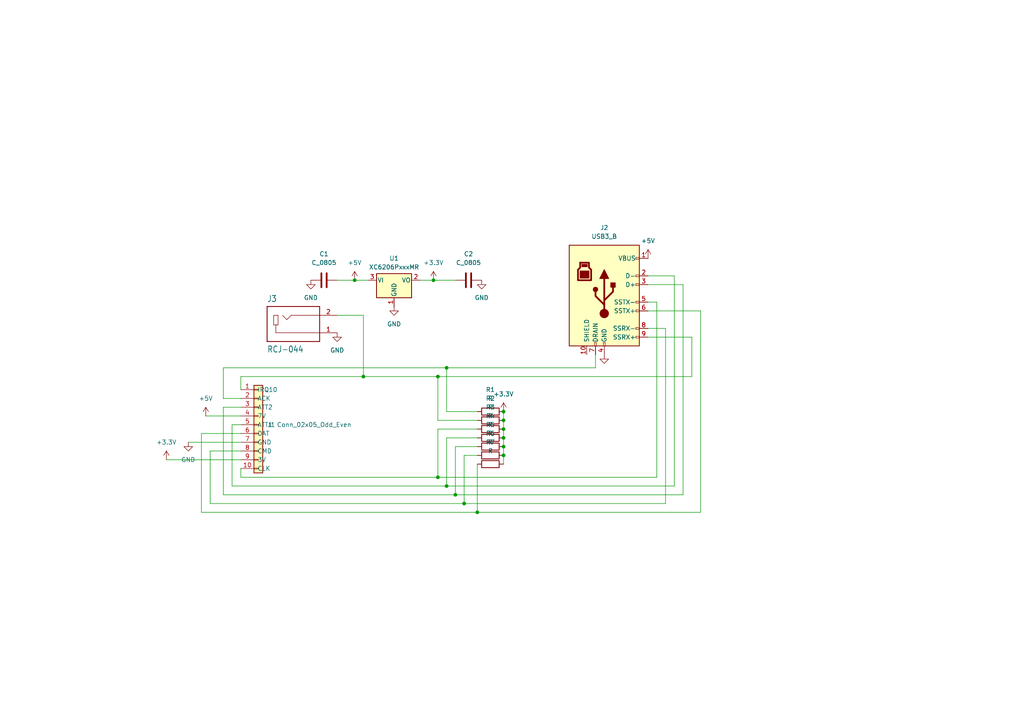
<source format=kicad_sch>
(kicad_sch (version 20231120) (generator "eeschema") (generator_version "8.0")
  (paper "A4")
  (lib_symbols
    (symbol "Connector:USB3_B" (pin_names (offset 1.016))
      (property "Reference" "J" (at -10.16 15.24 0))
      (property "Value" "USB3_B" (at 10.16 15.24 0))
      (symbol "USB3_B_0_0"
        (rectangle (start -2.794 -15.24) (end -2.286 -14.224))
        (rectangle (start -0.254 -15.24) (end 0.254 -14.224))
        (rectangle (start 10.16 -12.446) (end 9.144 -12.954))
        (rectangle (start 10.16 -9.906) (end 9.144 -10.414))
        (rectangle (start 10.16 -4.826) (end 9.144 -5.334))
        (rectangle (start 10.16 -2.286) (end 9.144 -2.794))
        (rectangle (start 10.16 2.794) (end 9.144 2.286))
        (rectangle (start 10.16 5.334) (end 9.144 4.826))
        (rectangle (start 10.16 10.414) (end 9.144 9.906))
      )
      (symbol "USB3_B_0_1"
        (rectangle (start -10.16 13.97) (end 10.16 -15.24) (stroke (width 0.254)) (fill (type background)))
        (rectangle (start -6.477 8.382) (end -4.953 7.747) (stroke (width 0.254)) (fill (type outline)))
        (rectangle (start -4.445 4.445) (end -6.985 6.477) (stroke (width 0.254)) (fill (type outline)))
        (polyline (pts (xy -6.985 8.89) (xy -6.985 7.493) (xy -7.62 6.858) (xy -7.62 3.81) (xy -3.81 3.81) (xy -3.81 6.858) (xy -4.445 7.493) (xy -4.445 8.89) (xy -6.858 8.89) (xy -6.985 8.89)) (stroke (width 0.508)))
      )
      (symbol "USB3_B_1_1"
        (circle (center -2.54 1.143) (radius 0.635) (stroke (width 0.254)) (fill (type outline)))
        (circle (center 0 -5.842) (radius 1.27) (fill (type outline)))
        (polyline (pts (xy 0 -5.842) (xy 0 4.318)) (stroke (width 0.508)))
        (polyline (pts (xy 0 -3.302) (xy -2.54 -0.762) (xy -2.54 0.508)) (stroke (width 0.508)))
        (polyline (pts (xy 0 -2.032) (xy 2.54 0.508) (xy 2.54 1.778)) (stroke (width 0.508)))
        (polyline (pts (xy -1.27 4.318) (xy 0 6.858) (xy 1.27 4.318) (xy -1.27 4.318)) (stroke (width 0.254)) (fill (type outline)))
        (rectangle (start 1.905 1.778) (end 3.175 3.048) (stroke (width 0.254)) (fill (type outline)))
        (pin power_out line (at 12.7 10.16 180) (length 2.54) (name "VBUS") (number "1"))
        (pin passive line (at -5.08 -17.78 90) (length 2.54) (name "SHIELD") (number "10"))
        (pin bidirectional line (at 12.7 5.08 180) (length 2.54) (name "D-") (number "2"))
        (pin bidirectional line (at 12.7 2.54 180) (length 2.54) (name "D+") (number "3"))
        (pin power_out line (at 0 -17.78 90) (length 2.54) (name "GND") (number "4"))
        (pin output line (at 12.7 -2.54 180) (length 2.54) (name "SSTX-") (number "5"))
        (pin output line (at 12.7 -5.08 180) (length 2.54) (name "SSTX+") (number "6"))
        (pin passive line (at -2.54 -17.78 90) (length 2.54) (name "DRAIN") (number "7"))
        (pin input line (at 12.7 -10.16 180) (length 2.54) (name "SSRX-") (number "8"))
        (pin input line (at 12.7 -12.7 180) (length 2.54) (name "SSRX+") (number "9"))
      )
    )
    (symbol "Connector_Generic:Conn_01x10" (pin_names (offset 1.016))
      (property "Reference" "J1" (at 2.54 0.0001 0))
      (property "Value" "Conn_02x05_Odd_Even" (at 5.334 0 0))
      (symbol "Conn_01x10_1_1"
        (rectangle (start -1.27 -12.573) (end 0 -12.827) (stroke (width 0.1524)))
        (rectangle (start -1.27 -10.033) (end 0 -10.287) (stroke (width 0.1524)))
        (rectangle (start -1.27 -7.493) (end 0 -7.747) (stroke (width 0.1524)))
        (rectangle (start -1.27 -4.953) (end 0 -5.207) (stroke (width 0.1524)))
        (rectangle (start -1.27 -2.413) (end 0 -2.667) (stroke (width 0.1524)))
        (rectangle (start -1.27 0.127) (end 0 -0.127) (stroke (width 0.1524)))
        (rectangle (start -1.27 2.667) (end 0 2.413) (stroke (width 0.1524)))
        (rectangle (start -1.27 5.207) (end 0 4.953) (stroke (width 0.1524)))
        (rectangle (start -1.27 7.747) (end 0 7.493) (stroke (width 0.1524)))
        (rectangle (start -1.27 10.287) (end 0 10.033) (stroke (width 0.1524)))
        (rectangle (start -1.27 11.43) (end 1.27 -13.97) (stroke (width 0.254)) (fill (type background)))
        (pin passive line (at -5.08 10.16 0) (length 3.81) (name "IRQ10") (number "1"))
        (pin passive line (at -5.08 -12.7 0) (length 3.81) (name "CLK") (number "10"))
        (pin passive line (at -5.08 7.62 0) (length 3.81) (name "ACK") (number "2"))
        (pin passive line (at -5.08 5.08 0) (length 3.81) (name "ATT2") (number "3"))
        (pin passive line (at -5.08 2.54 0) (length 3.81) (name "7V") (number "4"))
        (pin passive line (at -5.08 0 0) (length 3.81) (name "ATT1") (number "5"))
        (pin passive line (at -5.08 -2.54 0) (length 3.81) (name "DAT") (number "6"))
        (pin passive line (at -5.08 -5.08 0) (length 3.81) (name "GND") (number "7"))
        (pin passive line (at -5.08 -7.62 0) (length 3.81) (name "CMD") (number "8"))
        (pin passive line (at -5.08 -10.16 0) (length 3.81) (name "3V") (number "9"))
      )
    )
    (symbol "Device:R" (pin_numbers hide) (pin_names (offset 0))
      (property "Reference" "R" (at 2.032 0 90))
      (property "Value" "R" (at 0 0 90))
      (symbol "R_0_1"
        (rectangle (start -1.016 -2.54) (end 1.016 2.54) (stroke (width 0.254)))
      )
      (symbol "R_1_1"
        (pin passive line (at 0 3.81 270) (length 1.27) (name "~") (number "1"))
        (pin passive line (at 0 -3.81 90) (length 1.27) (name "~") (number "2"))
      )
    )
    (symbol "PCM_Capacitor_AKL:C_0805" (pin_numbers hide) (pin_names (offset 0.254))
      (property "Reference" "C" (at 0.635 2.54 0))
      (property "Value" "C_0805" (at 0.635 -2.54 0))
      (symbol "C_0805_0_1"
        (polyline (pts (xy -2.032 -0.762) (xy 2.032 -0.762)) (stroke (width 0.508)))
        (polyline (pts (xy -2.032 0.762) (xy 2.032 0.762)) (stroke (width 0.508)))
      )
      (symbol "C_0805_0_2"
        (polyline (pts (xy -2.54 -2.54) (xy -0.381 -0.381)))
        (polyline (pts (xy -0.508 -0.508) (xy -1.651 0.635)) (stroke (width 0.508)))
        (polyline (pts (xy -0.508 -0.508) (xy 0.635 -1.651)) (stroke (width 0.508)))
        (polyline (pts (xy 0.381 0.381) (xy 2.54 2.54)))
        (polyline (pts (xy 0.508 0.508) (xy -0.635 1.651)) (stroke (width 0.508)))
        (polyline (pts (xy 0.508 0.508) (xy 1.651 -0.635)) (stroke (width 0.508)))
      )
      (symbol "C_0805_1_1"
        (pin passive line (at 0 3.81 270) (length 2.794) (name "~") (number "1"))
        (pin passive line (at 0 -3.81 90) (length 2.794) (name "~") (number "2"))
      )
      (symbol "C_0805_1_2"
        (pin passive line (at 2.54 2.54 270) (length 0) (name "~") (number "1"))
        (pin passive line (at -2.54 -2.54 90) (length 0) (name "~") (number "2"))
      )
    )
    (symbol "Regulator_Linear:XC6206PxxxMR" (pin_names (offset 0.254))
      (property "Reference" "U" (at -3.81 3.175 0))
      (property "Value" "XC6206PxxxMR" (at 0 3.175 0))
      (symbol "XC6206PxxxMR_0_1"
        (rectangle (start -5.08 1.905) (end 5.08 -5.08) (stroke (width 0.254)) (fill (type background)))
      )
      (symbol "XC6206PxxxMR_1_1"
        (pin power_in line (at 0 -7.62 90) (length 2.54) (name "GND") (number "1"))
        (pin power_out line (at 7.62 0 180) (length 2.54) (name "VO") (number "2"))
        (pin power_in line (at -7.62 0 0) (length 2.54) (name "VI") (number "3"))
      )
    )
    (symbol "power:+3.3V" (power) (pin_numbers hide) (pin_names (offset 0) hide)
      (property "Value" "+3.3V" (at 0 3.556 0))
      (symbol "+3.3V_0_1"
        (polyline (pts (xy -0.762 1.27) (xy 0 2.54)))
        (polyline (pts (xy 0 0) (xy 0 2.54)))
        (polyline (pts (xy 0 2.54) (xy 0.762 1.27)))
      )
      (symbol "+3.3V_1_1"
        (pin power_in line (at 0 0 90) (length 0) (name "~") (number "1"))
      )
    )
    (symbol "power:+5V" (power) (pin_numbers hide) (pin_names (offset 0) hide)
      (property "Value" "+5V" (at 0 3.556 0))
      (symbol "+5V_0_1"
        (polyline (pts (xy -0.762 1.27) (xy 0 2.54)))
        (polyline (pts (xy 0 0) (xy 0 2.54)))
        (polyline (pts (xy 0 2.54) (xy 0.762 1.27)))
      )
      (symbol "+5V_1_1"
        (pin power_in line (at 0 0 90) (length 0) (name "~") (number "1"))
      )
    )
    (symbol "power:GND" (power) (pin_numbers hide) (pin_names (offset 0) hide)
      (property "Value" "GND" (at 0 -3.81 0))
      (symbol "GND_0_1"
        (polyline (pts (xy 0 0) (xy 0 -1.27) (xy 1.27 -1.27) (xy 0 -2.54) (xy -1.27 -1.27) (xy 0 -1.27)))
      )
      (symbol "GND_1_1"
        (pin power_in line (at 0 0 270) (length 0) (name "~") (number "1"))
      )
    )
    (symbol "psx-mister-eagle-import:RCJ-044_RCJ-044"
      (property "Reference" "J" (at -7.62 6.35 0))
      (symbol "RCJ-044_RCJ-044_1_0"
        (polyline (pts (xy -7.62 -5.08) (xy 7.62 -5.08)) (stroke (width 0.254)))
        (polyline (pts (xy -7.62 5.08) (xy -7.62 -5.08)) (stroke (width 0.254)))
        (polyline (pts (xy -5.715 -0.254) (xy -5.08 -0.254)) (stroke (width 0.1524)))
        (polyline (pts (xy -5.715 2.54) (xy -5.715 -0.254)) (stroke (width 0.1524)))
        (polyline (pts (xy -5.08 -2.54) (xy -5.08 -0.254)) (stroke (width 0.1524)))
        (polyline (pts (xy -5.08 -2.54) (xy 7.62 -2.54)) (stroke (width 0.1524)))
        (polyline (pts (xy -5.08 -0.254) (xy -4.445 -0.254)) (stroke (width 0.1524)))
        (polyline (pts (xy -4.445 -0.254) (xy -4.445 2.54)) (stroke (width 0.1524)))
        (polyline (pts (xy -4.445 2.54) (xy -5.715 2.54)) (stroke (width 0.1524)))
        (polyline (pts (xy -1.905 1.27) (xy -3.175 2.54)) (stroke (width 0.1524)))
        (polyline (pts (xy -0.635 2.54) (xy -1.905 1.27)) (stroke (width 0.1524)))
        (polyline (pts (xy -0.635 2.54) (xy 7.62 2.54)) (stroke (width 0.1524)))
        (polyline (pts (xy 7.62 -5.08) (xy 7.62 -2.54)) (stroke (width 0.254)))
        (polyline (pts (xy 7.62 -2.54) (xy 7.62 2.54)) (stroke (width 0.254)))
        (polyline (pts (xy 7.62 2.54) (xy 7.62 5.08)) (stroke (width 0.254)))
        (polyline (pts (xy 7.62 5.08) (xy -7.62 5.08)) (stroke (width 0.254)))
        (pin passive line (at 12.7 -2.54 180) (length 5.08) (name "1") (number "1"))
        (pin passive line (at 12.7 2.54 180) (length 5.08) (name "2") (number "2"))
      )
    )
  )
  (junction (at 129.54 106.68))
  (junction (at 127 109.22))
  (junction (at 127 138.43))
  (junction (at 146.05 129.54))
  (junction (at 146.05 121.92))
  (junction (at 129.54 140.97))
  (junction (at 146.05 132.08))
  (junction (at 146.05 127))
  (junction (at 105.41 109.22))
  (junction (at 102.87 81.28))
  (junction (at 146.05 119.38))
  (junction (at 132.08 143.51))
  (junction (at 146.05 124.46))
  (junction (at 134.62 146.05))
  (junction (at 125.73 81.28))
  (junction (at 138.43 148.59))
  (wire (pts (xy 69.85 113.03) (xy 69.85 109.22)))
  (wire (pts (xy 200.66 97.79) (xy 200.66 109.22)))
  (wire (pts (xy 203.2 90.17) (xy 203.2 148.59)))
  (wire (pts (xy 127 109.22) (xy 200.66 109.22)))
  (wire (pts (xy 64.77 143.51) (xy 132.08 143.51)))
  (wire (pts (xy 193.04 146.05) (xy 193.04 95.25)))
  (wire (pts (xy 146.05 121.92) (xy 146.05 124.46)))
  (wire (pts (xy 69.85 125.73) (xy 58.42 125.73)))
  (wire (pts (xy 146.05 127) (xy 146.05 129.54)))
  (wire (pts (xy 203.2 90.17) (xy 187.96 90.17)))
  (wire (pts (xy 60.96 130.81) (xy 60.96 146.05)))
  (wire (pts (xy 190.5 87.63) (xy 187.96 87.63)))
  (wire (pts (xy 134.62 146.05) (xy 134.62 132.08)))
  (wire (pts (xy 58.42 148.59) (xy 138.43 148.59)))
  (wire (pts (xy 58.42 125.73) (xy 58.42 148.59)))
  (wire (pts (xy 129.54 140.97) (xy 129.54 127)))
  (wire (pts (xy 105.41 109.22) (xy 127 109.22)))
  (wire (pts (xy 48.26 133.35) (xy 69.85 133.35)))
  (wire (pts (xy 127 121.92) (xy 138.43 121.92)))
  (wire (pts (xy 195.58 80.01) (xy 187.96 80.01)))
  (wire (pts (xy 69.85 130.81) (xy 60.96 130.81)))
  (wire (pts (xy 132.08 129.54) (xy 138.43 129.54)))
  (wire (pts (xy 129.54 106.68) (xy 172.72 106.68)))
  (wire (pts (xy 60.96 146.05) (xy 134.62 146.05)))
  (wire (pts (xy 69.85 118.11) (xy 64.77 118.11)))
  (wire (pts (xy 127 109.22) (xy 127 121.92)))
  (wire (pts (xy 64.77 115.57) (xy 64.77 106.68)))
  (wire (pts (xy 200.66 97.79) (xy 187.96 97.79)))
  (wire (pts (xy 198.12 143.51) (xy 198.12 82.55)))
  (wire (pts (xy 59.69 120.65) (xy 69.85 120.65)))
  (wire (pts (xy 69.85 109.22) (xy 105.41 109.22)))
  (wire (pts (xy 190.5 87.63) (xy 190.5 138.43)))
  (wire (pts (xy 195.58 140.97) (xy 195.58 80.01)))
  (wire (pts (xy 102.87 81.28) (xy 106.68 81.28)))
  (wire (pts (xy 146.05 124.46) (xy 146.05 127)))
  (wire (pts (xy 67.31 140.97) (xy 129.54 140.97)))
  (wire (pts (xy 64.77 106.68) (xy 129.54 106.68)))
  (wire (pts (xy 69.85 115.57) (xy 64.77 115.57)))
  (wire (pts (xy 69.85 123.19) (xy 67.31 123.19)))
  (wire (pts (xy 129.54 119.38) (xy 138.43 119.38)))
  (wire (pts (xy 134.62 132.08) (xy 138.43 132.08)))
  (wire (pts (xy 125.73 81.28) (xy 132.08 81.28)))
  (wire (pts (xy 138.43 148.59) (xy 203.2 148.59)))
  (wire (pts (xy 127 138.43) (xy 190.5 138.43)))
  (wire (pts (xy 138.43 134.62) (xy 138.43 148.59)))
  (wire (pts (xy 132.08 143.51) (xy 132.08 129.54)))
  (wire (pts (xy 146.05 119.38) (xy 146.05 121.92)))
  (wire (pts (xy 129.54 140.97) (xy 195.58 140.97)))
  (wire (pts (xy 134.62 146.05) (xy 193.04 146.05)))
  (wire (pts (xy 127 124.46) (xy 138.43 124.46)))
  (wire (pts (xy 97.79 81.28) (xy 102.87 81.28)))
  (wire (pts (xy 121.92 81.28) (xy 125.73 81.28)))
  (wire (pts (xy 198.12 82.55) (xy 187.96 82.55)))
  (wire (pts (xy 187.96 95.25) (xy 193.04 95.25)))
  (wire (pts (xy 69.85 135.89) (xy 69.85 138.43)))
  (wire (pts (xy 67.31 123.19) (xy 67.31 140.97)))
  (wire (pts (xy 146.05 129.54) (xy 146.05 132.08)))
  (wire (pts (xy 172.72 106.68) (xy 172.72 102.87)))
  (wire (pts (xy 69.85 128.27) (xy 54.61 128.27)))
  (wire (pts (xy 127 138.43) (xy 127 124.46)))
  (wire (pts (xy 129.54 106.68) (xy 129.54 119.38)))
  (wire (pts (xy 69.85 138.43) (xy 127 138.43)))
  (wire (pts (xy 129.54 127) (xy 138.43 127)))
  (wire (pts (xy 105.41 91.44) (xy 105.41 109.22)))
  (wire (pts (xy 132.08 143.51) (xy 198.12 143.51)))
  (wire (pts (xy 64.77 118.11) (xy 64.77 143.51)))
  (wire (pts (xy 146.05 132.08) (xy 146.05 134.62)))
  (wire (pts (xy 97.79 91.44) (xy 105.41 91.44)))
  (symbol (lib_id "power:+5V") (at 187.96 74.93 0) (unit 1)
    (property "Reference" "#PWR02" (effects (hide yes)))
    (property "Value" "+5V" (at 187.96 69.85 0))
    (property "Description" "Power symbol creates a global label with name \"+5V\"" (effects (hide yes)))
  )
  (symbol (lib_id "power:+5V") (at 102.87 81.28 0) (unit 1)
    (property "Reference" "#PWR06" (effects (hide yes)))
    (property "Value" "+5V" (at 102.87 76.2 0))
    (property "Description" "Power symbol creates a global label with name \"+5V\"" (effects (hide yes)))
  )
  (symbol (lib_id "power:GND") (at 54.61 128.27 0) (unit 1)
    (property "Reference" "#PWR09" (effects (hide yes)))
    (property "Value" "GND" (at 54.61 133.35 0))
    (property "Description" "Power symbol creates a global label with name \"GND\" , ground" (effects (hide yes)))
  )
  (symbol (lib_id "power:GND") (at 114.3 88.9 0) (unit 1)
    (property "Reference" "#PWR04" (effects (hide yes)))
    (property "Value" "GND" (at 114.3 93.98 0))
    (property "Description" "Power symbol creates a global label with name \"GND\" , ground" (effects (hide yes)))
  )
  (symbol (lib_id "PCM_Capacitor_AKL:C_0805") (at 135.89 81.28 90) (unit 1)
    (property "Reference" "C2" (at 135.89 73.66 90))
    (property "Value" "C_0805" (at 135.89 76.2 90))
    (property "Footprint" "PCM_Capacitor_SMD_AKL:C_0805_2012Metric" (effects (hide yes)))
    (property "Description" "SMD 0805 MLCC capacitor, Alternate KiCad Library" (effects (hide yes)))
  )
  (symbol (lib_id "Device:R") (at 142.24 134.62 270) (unit 1)
    (property "Reference" "R7" (at 142.24 128.27 90))
    (property "Value" "R" (at 142.24 130.81 90))
    (property "Footprint" "PCM_Resistor_SMD_AKL:R_0603_1608Metric" (effects (hide yes)))
    (property "Description" "Resistor" (effects (hide yes)))
  )
  (symbol (lib_id "Regulator_Linear:XC6206PxxxMR") (at 114.3 81.28 0) (unit 1)
    (property "Reference" "U1" (at 114.3 74.93 0))
    (property "Value" "XC6206PxxxMR" (at 114.3 77.47 0))
    (property "Footprint" "Package_TO_SOT_SMD:SOT-23-3" (effects (hide yes)))
    (property "Datasheet" "https://www.torexsemi.com/file/xc6206/XC6206.pdf" (effects (hide yes)))
    (property "Description" "Positive 60-250mA Low Dropout Regulator, Fixed Output, SOT-23" (effects (hide yes)))
  )
  (symbol (lib_id "power:GND") (at 175.26 102.87 0) (unit 1)
    (property "Reference" "#PWR03" (effects (hide yes)))
    (property "Value" "GND" (effects (hide yes)))
    (property "Description" "Power symbol creates a global label with name \"GND\" , ground" (effects (hide yes)))
  )
  (symbol (lib_id "Device:R") (at 142.24 129.54 270) (unit 1)
    (property "Reference" "R5" (at 142.24 123.19 90))
    (property "Value" "R" (at 142.24 125.73 90))
    (property "Footprint" "PCM_Resistor_SMD_AKL:R_0603_1608Metric" (effects (hide yes)))
    (property "Description" "Resistor" (effects (hide yes)))
  )
  (symbol (lib_id "psx-mister-eagle-import:RCJ-044_RCJ-044") (at 85.09 93.98 0) (unit 1)
    (property "Reference" "J3" (at 77.47 87.63 0) (effects (font (size 1.778 1.5113)) (justify left bottom)))
    (property "Value" "RCJ-044" (at 77.47 100.33 0) (effects (font (size 1.778 1.5113)) (justify left top)))
    (property "Footprint" "Connector_Audio:CUI_RCJ-044" (effects (hide yes)))
  )
  (symbol (lib_id "Device:R") (at 142.24 127 270) (unit 1)
    (property "Reference" "R4" (at 142.24 120.65 90))
    (property "Value" "R" (at 142.24 123.19 90))
    (property "Footprint" "PCM_Resistor_SMD_AKL:R_0603_1608Metric" (effects (hide yes)))
    (property "Description" "Resistor" (effects (hide yes)))
  )
  (symbol (lib_id "Device:R") (at 142.24 121.92 270) (unit 1)
    (property "Reference" "R2" (at 142.24 115.57 90))
    (property "Value" "R" (at 142.24 118.11 90))
    (property "Footprint" "PCM_Resistor_SMD_AKL:R_0603_1608Metric" (effects (hide yes)))
    (property "Description" "Resistor" (effects (hide yes)))
  )
  (symbol (lib_id "power:+3.3V") (at 125.73 81.28 0) (unit 1)
    (property "Reference" "#PWR01" (effects (hide yes)))
    (property "Value" "+3.3V" (at 125.73 76.2 0))
    (property "Description" "Power symbol creates a global label with name \"+3.3V\"" (effects (hide yes)))
  )
  (symbol (lib_id "Connector_Generic:Conn_01x10") (at 74.93 123.19 0) (unit 1)
    (property "Reference" "J1" (at 77.47 123.1899 0) (effects (justify left)))
    (property "Value" "Conn_02x05_Odd_Even" (at 80.264 123.19 0) (effects (justify left)))
    (property "Footprint" "Connector:FPC-SMD_10P-P1.00-L3.4-W13.0" (effects (hide yes)))
    (property "Description" "Generic connector, single row, 01x10, script generated (kicad-library-utils/schlib/autogen/connector/)" (effects (hide yes)))
  )
  (symbol (lib_id "Device:R") (at 142.24 124.46 270) (unit 1)
    (property "Reference" "R3" (at 142.24 118.11 90))
    (property "Value" "R" (at 142.24 120.65 90))
    (property "Footprint" "PCM_Resistor_SMD_AKL:R_0603_1608Metric" (effects (hide yes)))
    (property "Description" "Resistor" (effects (hide yes)))
  )
  (symbol (lib_id "PCM_Capacitor_AKL:C_0805") (at 93.98 81.28 90) (unit 1)
    (property "Reference" "C1" (at 93.98 73.66 90))
    (property "Value" "C_0805" (at 93.98 76.2 90))
    (property "Footprint" "PCM_Capacitor_SMD_AKL:C_0805_2012Metric" (effects (hide yes)))
    (property "Description" "SMD 0805 MLCC capacitor, Alternate KiCad Library" (effects (hide yes)))
  )
  (symbol (lib_id "power:GND") (at 97.79 96.52 0) (unit 1)
    (property "Reference" "#PWR05" (effects (hide yes)))
    (property "Value" "GND" (at 97.79 101.6 0))
    (property "Description" "Power symbol creates a global label with name \"GND\" , ground" (effects (hide yes)))
  )
  (symbol (lib_id "power:+5V") (at 59.69 120.65 0) (unit 1)
    (property "Reference" "#PWR010" (effects (hide yes)))
    (property "Value" "+5V" (at 59.69 115.57 0))
    (property "Description" "Power symbol creates a global label with name \"+5V\"" (effects (hide yes)))
  )
  (symbol (lib_id "Connector:USB3_B") (at 175.26 85.09 0) (unit 1)
    (property "Reference" "J2" (at 175.26 66.04 0))
    (property "Value" "USB3_B" (at 175.26 68.58 0))
    (property "Footprint" "Connector_USB:U-B-M9DD-W-1" (effects (hide yes)))
    (property "Description" "USB 3.0 B connector" (effects (hide yes)))
  )
  (symbol (lib_id "power:GND") (at 90.17 81.28 0) (unit 1)
    (property "Reference" "#PWR011" (effects (hide yes)))
    (property "Value" "GND" (at 90.17 86.36 0))
    (property "Description" "Power symbol creates a global label with name \"GND\" , ground" (effects (hide yes)))
  )
  (symbol (lib_id "power:GND") (at 139.7 81.28 0) (unit 1)
    (property "Reference" "#PWR012" (effects (hide yes)))
    (property "Value" "GND" (at 139.7 86.36 0))
    (property "Description" "Power symbol creates a global label with name \"GND\" , ground" (effects (hide yes)))
  )
  (symbol (lib_id "Device:R") (at 142.24 119.38 270) (unit 1)
    (property "Reference" "R1" (at 142.24 113.03 90))
    (property "Value" "R" (at 142.24 115.57 90))
    (property "Footprint" "PCM_Resistor_SMD_AKL:R_0603_1608Metric" (effects (hide yes)))
    (property "Description" "Resistor" (effects (hide yes)))
  )
  (symbol (lib_id "power:+3.3V") (at 146.05 119.38 0) (unit 1)
    (property "Reference" "#PWR08" (effects (hide yes)))
    (property "Value" "+3.3V" (at 146.05 114.3 0))
    (property "Description" "Power symbol creates a global label with name \"+3.3V\"" (effects (hide yes)))
  )
  (symbol (lib_id "power:+3.3V") (at 48.26 133.35 0) (unit 1)
    (property "Reference" "#PWR07" (effects (hide yes)))
    (property "Value" "+3.3V" (at 48.26 128.27 0))
    (property "Description" "Power symbol creates a global label with name \"+3.3V\"" (effects (hide yes)))
  )
  (symbol (lib_id "Device:R") (at 142.24 132.08 270) (unit 1)
    (property "Reference" "R6" (at 142.24 125.73 90))
    (property "Value" "R" (at 142.24 128.27 90))
    (property "Footprint" "PCM_Resistor_SMD_AKL:R_0603_1608Metric" (effects (hide yes)))
    (property "Description" "Resistor" (effects (hide yes)))
  )
)
</source>
